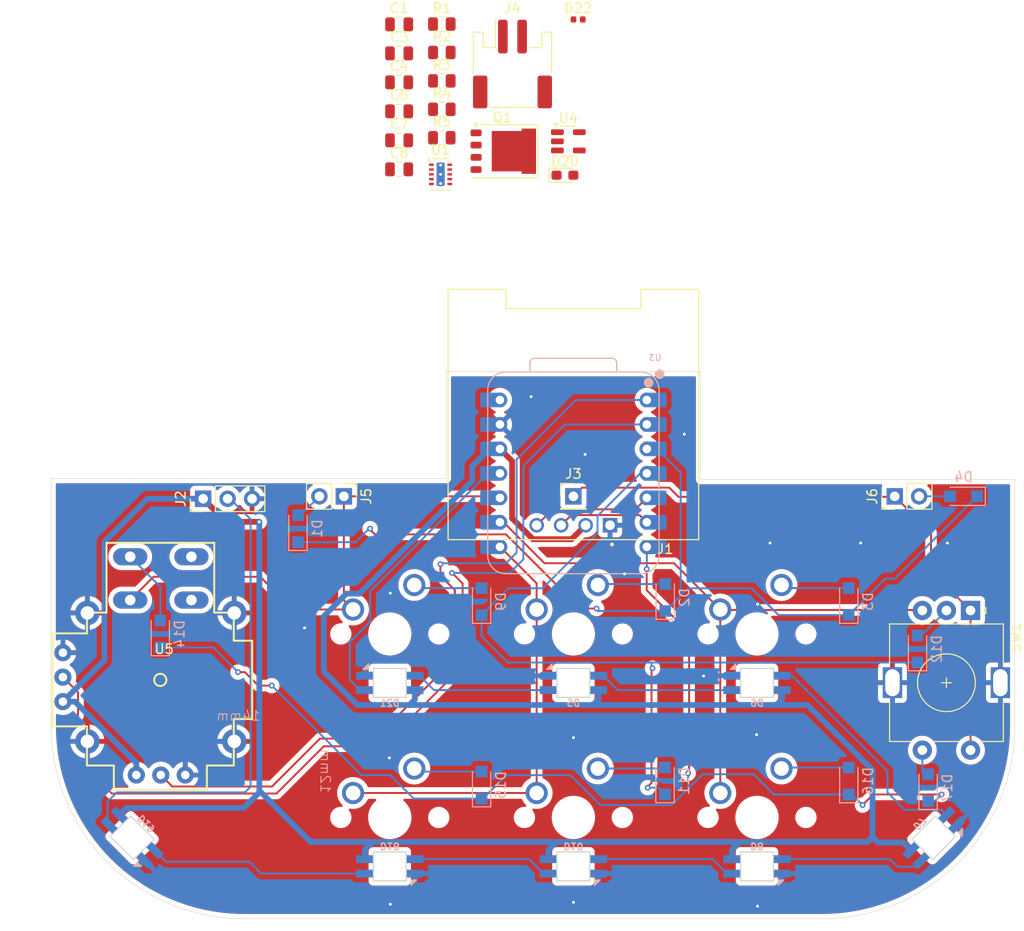
<source format=kicad_pcb>
(kicad_pcb (version 20240108) (generator "pcbnew") (generator_version "8.0")
  (layers (0 "F.Cu" signal) (31 "B.Cu" signal) (34 "B.Paste" user) (35 "F.Paste" user) (36 "B.SilkS" user "B.Silkscreen") (37 "F.SilkS" user "F.Silkscreen") (38 "B.Mask" user) (39 "F.Mask" user) (44 "Edge.Cuts" user))
  (net 0 "")
  (net 1 "Net-(D1-A)")
  (net 2 "Net-(U1-OUT)")
  (net 3 "Net-(D2-A)")
  (net 4 "/Battery Management/BATT+")
  (net 5 "+3V3")
  (net 6 "Net-(D21-DOUT)")
  (net 7 "GND")
  (net 8 "Net-(D6-DOUT)")
  (net 9 "/Battery Management/LDO 4.9v")
  (net 10 "Net-(D10-DOUT)")
  (net 11 "Net-(D3-A)")
  (net 12 "Net-(D9-A)")
  (net 13 "VCC")
  (net 14 "Net-(D10-DIN)")
  (net 15 "Net-(D4-A)")
  (net 16 "SDA")
  (net 17 "SCL")
  (net 18 "Net-(D11-A)")
  (net 19 "Net-(D5-DOUT)")
  (net 20 "/Analog Input/EC11Common")
  (net 21 "Net-(D22-A)")
  (net 22 "/Analog Input/EC11SWB")
  (net 23 "Net-(D15-A)")
  (net 24 "Net-(D16-A)")
  (net 25 "/Analog Input/StickButtonB")
  (net 26 "Net-(D18-DOUT)")
  (net 27 "Net-(D19-DOUT)")
  (net 28 "/WS2812B")
  (net 29 "/COL3")
  (net 30 "/ROW0")
  (net 31 "/COL0")
  (net 32 "/JoystickX")
  (net 33 "/ROW2")
  (net 34 "/ROW1")
  (net 35 "/COL2")
  (net 36 "/COL1")
  (net 37 "/JoystickY")
  (net 38 "Net-(D7-DOUT)")
  (net 39 "Net-(D20-A)")
  (net 40 "/Battery Management/~{CHG}")
  (net 41 "Net-(Q1-G)")
  (net 42 "Net-(U1-TS)")
  (net 43 "Net-(U1-ISET)")
  (footprint "Connector_PinHeader_2.54mm:PinHeader_1x01_P2.54mm_Vertical" (layer "F.Cu") (at 140.49375 95.25)
    (property "Reference" "J3")
    (property "Value" "Testpad wire hole1")
  )
  (footprint "LED_SMD:LED_0603_1608Metric_Pad1.05x0.95mm_HandSolder" (layer "F.Cu") (at 139.61875 61.9125)
    (property "Reference" "D20")
    (property "Value" "Osram LT Q99G.01 green led")
  )
  (footprint "MX_Solderable:MX-Solderable-1U" (layer "F.Cu") (at 140.49375 128.5875)
    (property "Reference" "SW5")
    (property "Value" "SW_Push_45deg")
  )
  (footprint "Connector_PinHeader_2.54mm:PinHeader_1x02_P2.54mm_Vertical" (layer "F.Cu") (at 173.83125 95.25 90)
    (property "Reference" "J6")
    (property "Value" "Top Trigger 2")
  )
  (footprint "SSD1306:SSD1306-OLED096-128x64" (layer "F.Cu") (at 140.49375 86.75 180)
    (property "Reference" "J1")
    (property "Value" "OLED_DISPLAY")
  )
  (footprint "MX_Solderable:MX-Solderable-1U" (layer "F.Cu") (at 121.44375 109.5375)
    (property "Reference" "SW4")
    (property "Value" "SW_Push_45deg")
  )
  (footprint "MX_Solderable:MX-Solderable-1U" (layer "F.Cu") (at 159.54375 109.5375)
    (property "Reference" "SW3")
    (property "Value" "SW_Push_45deg")
  )
  (footprint "Diode_SMD:D_0402_1005Metric" (layer "F.Cu") (at 140.98875 45.7425)
    (property "Reference" "D22")
    (property "Value" "GSDH3005")
  )
  (footprint "Capacitor_SMD:C_0805_2012Metric" (layer "F.Cu") (at 122.41375 58.2925)
    (property "Reference" "C7")
    (property "Value" "100nF, 16v")
  )
  (footprint "Package_DFN_QFN:PQFN-8-EP_6x5mm_P1.27mm_Generic" (layer "F.Cu") (at 133.12375 59.4225)
    (property "Reference" "Q1")
    (property "Value" "PMOS,Si7157DP")
  )
  (footprint "MX_Solderable:MX-Solderable-1U" (layer "F.Cu") (at 140.49375 109.5375)
    (property "Reference" "SW2")
    (property "Value" "SW_Push_45deg")
  )
  (footprint "Capacitor_SMD:C_0805_2012Metric" (layer "F.Cu") (at 122.41375 46.2525)
    (property "Reference" "C1")
    (property "Value" "10uF, 16v")
  )
  (footprint "Package_TO_SOT_SMD:SOT-23-5" (layer "F.Cu") (at 139.97375 58.3975)
    (property "Reference" "U4")
    (property "Value" "LP2981-3.3")
  )
  (footprint "Capacitor_SMD:C_0805_2012Metric" (layer "F.Cu") (at 122.41375 61.3025)
    (property "Reference" "C8")
    (property "Value" "2.2uF, 10v")
  )
  (footprint "Capacitor_SMD:C_0805_2012Metric" (layer "F.Cu") (at 122.41375 49.2625)
    (property "Reference" "C3")
    (property "Value" "10uF, 16v")
  )
  (footprint "Resistor_SMD:R_0805_2012Metric" (layer "F.Cu") (at 126.84375 58.0225)
    (property "Reference" "R5")
    (property "Value" "2k")
  )
  (footprint "custom_Power:WSON-10-1EP_2x3mm_P0.5mm_EP0.84x2.4mm_ThermalVias_0.3mm" (layer "F.Cu") (at 126.71375 61.8225)
    (property "Reference" "U1")
    (property "Value" "BQ25060")
  )
  (footprint "Capacitor_SMD:C_0805_2012Metric" (layer "F.Cu") (at 122.41375 52.2725)
    (property "Reference" "C4")
    (property "Value" "10uF, 16v")
  )
  (footprint "MX_Solderable:MX-Solderable-1U" (layer "F.Cu") (at 159.54375 128.5875)
    (property "Reference" "SW7")
    (property "Value" "SW_Push_45deg")
  )
  (footprint "custom_Interface_HID:Adafruit 2-Axis joystick" (layer "F.Cu") (at 97.63125 114.3)
    (property "Reference" "U5")
    (property "Value" "2_axis_analog_joystick_button")
  )
  (footprint "MX_Solderable:MX-Solderable-1U" (layer "F.Cu") (at 121.44375 128.5875)
    (property "Reference" "SW6")
    (property "Value" "SW_Push_45deg")
  )
  (footprint "Resistor_SMD:R_0805_2012Metric" (layer "F.Cu") (at 126.84375 46.2225)
    (property "Reference" "R1")
    (property "Value" "402 ohm")
  )
  (footprint "Resistor_SMD:R_0805_2012Metric" (layer "F.Cu") (at 126.84375 52.1225)
    (property "Reference" "R3")
    (property "Value" "230ohm")
  )
  (footprint "Resistor_SMD:R_0805_2012Metric" (layer "F.Cu") (at 126.84375 55.0725)
    (property "Reference" "R4")
    (property "Value" "1k")
  )
  (footprint "Connector_PinHeader_2.54mm:PinHeader_1x03_P2.54mm_Vertical" (layer "F.Cu") (at 102.07625 95.5 90)
    (property "Reference" "J2")
    (property "Value" "Conn_01x03_Socket")
  )
  (footprint "Resistor_SMD:R_0805_2012Metric" (layer "F.Cu") (at 126.84375 49.1725)
    (property "Reference" "R2")
    (property "Value" "1k")
  )
  (footprint "Rotary_Encoder:RotaryEncoder_Alps_EC11E-Switch_Vertical_H20mm" (layer "F.Cu") (at 181.7 107.1 -90)
    (property "Reference" "SW1")
    (property "Value" "RotaryEncoder_Switch")
  )
  (footprint "Connector_JST:JST_PH_S2B-PH-SM4-TB_1x02-1MP_P2.00mm_Horizontal" (layer "F.Cu") (at 134.17375 50.3725)
    (property "Reference" "J4")
    (property "Value" "JST PH")
  )
  (footprint "Capacitor_SMD:C_0805_2012Metric" (layer "F.Cu") (at 122.41375 55.2825)
    (property "Reference" "C5")
    (property "Value" "1uF")
  )
  (footprint "Connector_PinHeader_2.54mm:PinHeader_1x02_P2.54mm_Vertical" (layer "F.Cu") (at 116.68125 95.25 -90)
    (property "Reference" "J5")
    (property "Value" "Top Trigger 1")
  )
  (footprint "Diode_SMD:Nexperia_CFP3_SOD-123W" (layer "B.Cu") (at 150.01875 105.75625 90)
    (property "Reference" "D2")
    (property "Value" "1N4148W")
  )
  (footprint "Diode_SMD:Nexperia_CFP3_SOD-123W" (layer "B.Cu") (at 180.975 95.25 180)
    (property "Reference" "D4")
    (property "Value" "1N4148W")
  )
  (footprint "Diode_SMD:Nexperia_CFP3_SOD-123W" (layer "B.Cu") (at 150 124.8 90)
    (property "Reference" "D11")
    (property "Value" "1N4148W")
  )
  (footprint "SK6812MINI-E:SK6812MINI-E" (layer "B.Cu") (at 121.44375 114.6175 180)
    (property "Reference" "D21")
    (property "Value" "SK6812MINI" (hide yes))
    (fp_line (start 1.7 1.5) (end -1.7 1.5) (stroke (width 0.12)) (layer "Edge.Cuts"))
    (fp_line (start 1.7 -1.5) (end 1.7 1.5) (stroke (width 0.12)) (layer "Edge.Cuts"))
    (fp_line (start -1.7 1.5) (end -1.7 -1.5) (stroke (width 0.12)) (layer "Edge.Cuts"))
    (fp_line (start -1.7 -1.5) (end 1.7 -1.5) (stroke (width 0.12)) (layer "Edge.Cuts"))
  )
  (footprint "Diode_SMD:Nexperia_CFP3_SOD-123W" (layer "B.Cu") (at 177.3 125.5 90)
    (property "Reference" "D17")
    (property "Value" "1N4148W")
  )
  (footprint "Diode_SMD:Nexperia_CFP3_SOD-123W" (layer "B.Cu") (at 111.91875 98.6125 90)
    (property "Reference" "D1")
    (property "Value" "1N4148W")
  )
  (footprint "SEEED_XIAO:XIAO-RP2040-DIP" (layer "B.Cu") (at 140.49375 92.86875 180)
    (property "Reference" "U3")
    (property "Value" "XIAO-RP2040-DIP")
  )
  (footprint "Diode_SMD:Nexperia_CFP3_SOD-123W" (layer "B.Cu") (at 176.2 111.1 90)
    (property "Reference" "D12")
    (property "Value" "1N4148W")
  )
  (footprint "SK6812MINI-E:SK6812MINI-E" (layer "B.Cu") (at 140.49375 133.6675)
    (property "Reference" "D10")
    (property "Value" "SK6812MINI" (hide yes))
    (fp_line (start -1.7 -1.5) (end 1.7 -1.5) (stroke (width 0.12)) (layer "Edge.Cuts"))
    (fp_line (start -1.7 1.5) (end -1.7 -1.5) (stroke (width 0.12)) (layer "Edge.Cuts"))
    (fp_line (start 1.7 -1.5) (end 1.7 1.5) (stroke (width 0.12)) (layer "Edge.Cuts"))
    (fp_line (start 1.7 1.5) (end -1.7 1.5) (stroke (width 0.12)) (layer "Edge.Cuts"))
  )
  (footprint "SK6812MINI-E:SK6812MINI-E" (layer "B.Cu") (at 159.54375 114.6175 180)
    (property "Reference" "D6")
    (property "Value" "SK6812MINI" (hide yes))
    (fp_line (start 1.7 1.5) (end -1.7 1.5) (stroke (width 0.12)) (layer "Edge.Cuts"))
    (fp_line (start 1.7 -1.5) (end 1.7 1.5) (stroke (width 0.12)) (layer "Edge.Cuts"))
    (fp_line (start -1.7 1.5) (end -1.7 -1.5) (stroke (width 0.12)) (layer "Edge.Cuts"))
    (fp_line (start -1.7 -1.5) (end 1.7 -1.5) (stroke (width 0.12)) (layer "Edge.Cuts"))
  )
  (footprint "SK6812MINI-E:SK6812MINI-E" (layer "B.Cu") (at 177.9 130.7 45)
    (property "Reference" "D7")
    (property "Value" "SK6812MINI" (hide yes))
    (fp_line (start -1.7 -1.5) (end 1.7 -1.5) (stroke (width 0.12)) (layer "Edge.Cuts"))
    (fp_line (start -1.7 1.5) (end -1.7 -1.5) (stroke (width 0.12)) (layer "Edge.Cuts"))
    (fp_line (start 1.7 -1.5) (end 1.7 1.5) (stroke (width 0.12)) (layer "Edge.Cuts"))
    (fp_line (start 1.7 1.5) (end -1.7 1.5) (stroke (width 0.12)) (layer "Edge.Cuts"))
  )
  (footprint "Diode_SMD:Nexperia_CFP3_SOD-123W" (layer "B.Cu") (at 97.63125 109.5375 90)
    (property "Reference" "D14")
    (property "Value" "1N4148W")
  )
  (footprint "SK6812MINI-E:SK6812MINI-E" (layer "B.Cu") (at 94.7 130.7 -45)
    (property "Reference" "D19")
    (property "Value" "SK6812MINI" (hide yes))
    (fp_line (start -1.7 1.5) (end -1.7 -1.5) (stroke (width 0.12)) (layer "Edge.Cuts"))
    (fp_line (start -1.7 -1.5) (end 1.7 -1.5) (stroke (width 0.12)) (layer "Edge.Cuts"))
    (fp_line (start 1.7 1.5) (end -1.7 1.5) (stroke (width 0.12)) (layer "Edge.Cuts"))
    (fp_line (start 1.7 -1.5) (end 1.7 1.5) (stroke (width 0.12)) (layer "Edge.Cuts"))
  )
  (footprint "Diode_SMD:Nexperia_CFP3_SOD-123W" (layer "B.Cu") (at 130.96875 125.225 90)
    (property "Reference" "D15")
    (property "Value" "1N4148W")
  )
  (footprint "Diode_SMD:Nexperia_CFP3_SOD-123W" (layer "B.Cu") (at 169.06875 124.80625 90)
    (property "Reference" "D16")
    (property "Value" "1N4148W")
  )
  (footprint "SK6812MINI-E:SK6812MINI-E" (layer "B.Cu") (at 121.44375 133.6675)
    (property "Reference" "D18")
    (property "Value" "SK6812MINI" (hide yes))
    (fp_line (start -1.7 -1.5) (end 1.7 -1.5) (stroke (width 0.12)) (layer "Edge.Cuts"))
    (fp_line (start -1.7 1.5) (end -1.7 -1.5) (stroke (width 0.12)) (layer "Edge.Cuts"))
    (fp_line (start 1.7 -1.5) (end 1.7 1.5) (stroke (width 0.12)) (layer "Edge.Cuts"))
    (fp_line (start 1.7 1.5) (end -1.7 1.5) (stroke (width 0.12)) (layer "Edge.Cuts"))
  )
  (footprint "SK6812MINI-E:SK6812MINI-E" (layer "B.Cu") (at 140.49375 114.6175 180)
    (property "Reference" "D5")
    (property "Value" "SK6812MINI" (hide yes))
    (fp_line (start 1.7 1.5) (end -1.7 1.5) (stroke (width 0.12)) (layer "Edge.Cuts"))
    (fp_line (start 1.7 -1.5) (end 1.7 1.5) (stroke (width 0.12)) (layer "Edge.Cuts"))
    (fp_line (start -1.7 1.5) (end -1.7 -1.5) (stroke (width 0.12)) (layer "Edge.Cuts"))
    (fp_line (start -1.7 -1.5) (end 1.7 -1.5) (stroke (width 0.12)) (layer "Edge.Cuts"))
  )
  (footprint "Diode_SMD:Nexperia_CFP3_SOD-123W" (layer "B.Cu") (at 169.06875 106.175 90)
    (property "Reference" "D3")
    (property "Value" "1N4148W")
  )
  (footprint "Diode_SMD:Nexperia_CFP3_SOD-123W" (layer "B.Cu") (at 130.96875 106.175 90)
    (property "Reference" "D9")
    (property "Value" "1N4148W")
  )
  (footprint "SK6812MINI-E:SK6812MINI-E" (layer "B.Cu") (at 159.54375 133.6675)
    (property "Reference" "D8")
    (property "Value" "SK6812MINI" (hide yes))
    (fp_line (start -1.7 -1.5) (end 1.7 -1.5) (stroke (width 0.12)) (layer "Edge.Cuts"))
    (fp_line (start -1.7 1.5) (end -1.7 -1.5) (stroke (width 0.12)) (layer "Edge.Cuts"))
    (fp_line (start 1.7 -1.5) (end 1.7 1.5) (stroke (width 0.12)) (layer "Edge.Cuts"))
    (fp_line (start 1.7 1.5) (end -1.7 1.5) (stroke (width 0.12)) (layer "Edge.Cuts"))
  )
  (gr_line (start 166.3 139.1) (end 106.3 139.1) (stroke (width 0.05)) (layer "Edge.Cuts"))
  (gr_line (start 86.3 93.4) (end 86.3 119.1) (stroke (width 0.05)) (layer "Edge.Cuts"))
  (gr_line (start 186.3 93.5) (end 186.3 119.1) (stroke (width 0.05)) (layer "Edge.Cuts"))
  (gr_line (start 153.7 93.5) (end 186.3 93.5) (stroke (width 0.05)) (layer "Edge.Cuts"))
  (gr_arc (start 186.3 119.1) (mid 180.442136 133.242136) (end 166.3 139.1) (stroke (width 0.05)) (layer "Edge.Cuts"))
  (gr_line (start 86.3 93.4) (end 127.3 93.4) (stroke (width 0.05)) (layer "Edge.Cuts"))
  (gr_line (start 127.3 82.3) (end 153.7 82.3) (stroke (width 0.05)) (layer "Edge.Cuts"))
  (gr_line (start 153.7 82.3) (end 153.7 93.5) (stroke (width 0.05)) (layer "Edge.Cuts"))
  (gr_arc (start 106.3 139.1) (mid 92.157864 133.242136) (end 86.3 119.1) (stroke (width 0.05)) (layer "Edge.Cuts"))
  (gr_line (start 127.3 93.4) (end 127.3 82.3) (stroke (width 0.05)) (layer "Edge.Cuts"))
  (gr_text "12mm" (at 114.173 126.111 -90) (layer "B.SilkS") (effects (font (size 1 1) (thickness 0.1)) (justify left bottom mirror)))
  (gr_text "14mm" (at 108.077 118.618 -0) (layer "B.SilkS") (effects (font (size 1 1) (thickness 0.1)) (justify left bottom mirror)))
  (segment (start 112.17875 97.2125) (end 114.14125 95.25) (width 0.2) (layer "B.Cu") (net 1))
  (segment (start 111.91875 97.2125) (end 112.17875 97.2125) (width 0.2) (layer "B.Cu") (net 1))
  (segment (start 143.135 104.35625) (end 143.03375 104.4575) (width 0.2) (layer "B.Cu") (net 3))
  (segment (start 150.01875 104.35625) (end 143.135 104.35625) (width 0.2) (layer "B.Cu") (net 3))
  (segment (start 132.87375 90.32875) (end 134.13575 91.59075) (width 0.6) (layer "F.Cu") (net 5))
  (segment (start 136.3 99.7) (end 140.31375 99.7) (width 0.6) (layer "F.Cu") (net 5))
  (segment (start 134.13575 97.53575) (end 136.3 99.7) (width 0.6) (layer "F.Cu") (net 5))
  (segment (start 104.47625 97.9) (end 102.07625 95.5) (width 0.6) (layer "F.Cu") (net 5))
  (segment (start 134.13575 91.59075) (end 134.13575 97.53575) (width 0.6) (layer "F.Cu") (net 5))
  (segment (start 140.31375 99.7) (end 141.76375 98.25) (width 0.6) (layer "F.Cu") (net 5))
  (segment (start 107.9 97.9) (end 104.47625 97.9) (width 0.6) (layer "F.Cu") (net 5))
  (via (at 107.9 97.9) (size 0.6) (drill 0.3) (layers "F.Cu" "B.Cu") (net 5))
  (segment (start 138.698479 131.1314) (end 137.89375 131.936129) (width 0.6) (layer "B.Cu") (net 5))
  (segment (start 123.475121 116.9175) (end 124.04375 116.348871) (width 0.6) (layer "B.Cu") (net 5))
  (segment (start 114.6 113.43375) (end 118.08375 116.9175) (width 0.6) (layer "B.Cu") (net 5))
  (segment (start 95.145327 122.925142) (end 95.145327 124.182377) (width 0.6) (layer "B.Cu") (net 5))
  (segment (start 119.648479 131.1314) (end 113.2314 131.1314) (width 0.6) (layer "B.Cu") (net 5))
  (segment (start 164.78 116.9175) (end 171.53125 123.66875) (width 0.6) (layer "B.Cu") (net 5))
  (segment (start 172.099879 131.1875) (end 174.710544 131.1875) (width 0.6) (layer "B.Cu") (net 5))
  (segment (start 107.90625 125.9875) (end 106.29375 127.6) (width 0.6) (layer "B.Cu") (net 5))
  (segment (start 107.90625 125.9875) (end 107.90625 97.90625) (width 0.6) (layer "B.Cu") (net 5))
  (segment (start 162.14375 116.3775) (end 162.14375 115.3675) (width 0.6) (layer "B.Cu") (net 5))
  (segment (start 88.782562 116.562377) (end 95.145327 122.925142) (width 0.6) (layer "B.Cu") (net 5))
  (segment (start 108.0875 125.9875) (end 107.90625 125.9875) (width 0.6) (layer "B.Cu") (net 5))
  (segment (start 118.303972 105.3475) (end 116.950297 105.3475) (width 0.6) (layer "B.Cu") (net 5))
  (segment (start 174.710544 131.1875) (end 175.531192 132.008148) (width 0.6) (layer "B.Cu") (net 5))
  (segment (start 116.950297 105.3475) (end 114.6 107.697797) (width 0.6) (layer "B.Cu") (net 5))
  (segment (start 157.748479 131.1314) (end 138.698479 131.1314) (width 0.6) (layer "B.Cu") (net 5))
  (segment (start 87.525327 116.562377) (end 88.782562 116.562377) (width 0.6) (layer "B.Cu") (net 5))
  (segment (start 143.09375 116.348871) (end 143.09375 115.3675) (width 0.6) (layer "B.Cu") (net 5))
  (segment (start 118.84375 131.936129) (end 118.84375 132.9175) (width 0.6) (layer "B.Cu") (net 5))
  (segment (start 137.89375 131.936129) (end 137.89375 132.9175) (width 0.6) (layer "B.Cu") (net 5))
  (segment (start 132.87375 90.32875) (end 131.79612 90.32875) (width 0.6) (layer "B.Cu") (net 5))
  (segment (start 114.6 107.697797) (end 114.6 113.43375) (width 0.6) (layer "B.Cu") (net 5))
  (segment (start 142.525121 116.9175) (end 143.09375 116.348871) (width 0.6) (layer "B.Cu") (net 5))
  (segment (start 157.748479 131.1314) (end 156.94375 131.936129) (width 0.6) (layer "B.Cu") (net 5))
  (segment (start 118.08375 116.9175) (end 123.475121 116.9175) (width 0.6) (layer "B.Cu") (net 5))
  (segment (start 107.90625 97.90625) (end 107.9 97.9) (width 0.6) (layer "B.Cu") (net 5))
  (segment (start 161.60375 116.9175) (end 164.78 116.9175) (width 0.6) (layer "B.Cu") (net 5))
  (segment (start 171.53125 130.618871) (end 171.018721 131.1314) (width 0.6) (layer "B.Cu") (net 5))
  (segment (start 123.475121 116.9175) (end 142.525121 116.9175) (width 0.6) (layer "B.Cu") (net 5))
  (segment (start 138.698479 131.1314) (end 119.648479 131.1314) (width 0.6) (layer "B.Cu") (net 5))
  (segment (start 156.94375 131.936129) (end 156.94375 132.9175) (width 0.6) (layer "B.Cu") (net 5))
  (segment (start 171.53125 130.618871) (end 172.099879 131.1875) (width 0.6) (layer "B.Cu") (net 5))
  (segment (start 106.29375 127.6) (end 94.123044 127.6) (width 0.6) (layer "B.Cu") (net 5))
  (segment (start 91.835327 112.252377) (end 91.835327 99.964673) (width 0.6) (layer "B.Cu") (net 5))
  (segment (start 94.123044 127.6) (end 93.391852 128.331192) (width 0.6) (layer "B.Cu") (net 5))
  (segment (start 124.04375 116.348871) (end 124.04375 115.3675) (width 0.6) (layer "B.Cu") (net 5))
  (segment (start 130 92.12487) (end 130 93.651472) (width 0.6) (layer "B.Cu") (net 5))
  (segment (start 113.2314 131.1314) (end 108.0875 125.9875) (width 0.6) (layer "B.Cu") (net 5))
  (segment (start 171.018721 131.1314) (end 157.748479 131.1314) (width 0.6) (layer "B.Cu") (net 5))
  (segment (start 161.60375 116.9175) (end 162.14375 116.3775) (width 0.6) (layer "B.Cu") (net 5))
  (segment (start 91.835327 99.964673) (end 96.3 95.5) (width 0.6) (layer "B.Cu") (net 5))
  (segment (start 131.79612 90.32875) (end 130 92.12487) (width 0.6) (layer "B.Cu") (net 5))
  (segment (start 171.53125 123.66875) (end 171.53125 130.618871) (width 0.6) (layer "B.Cu") (net 5))
  (segment (start 96.3 95.5) (end 102.07625 95.5) (width 0.6) (layer "B.Cu") (net 5))
  (segment (start 119.648479 131.1314) (end 118.84375 131.936129) (width 0.6) (layer "B.Cu") (net 5))
  (segment (start 142.525121 116.9175) (end 161.60375 116.9175) (width 0.6) (layer "B.Cu") (net 5))
  (segment (start 130 93.651472) (end 118.303972 105.3475) (width 0.6) (layer "B.Cu") (net 5))
  (segment (start 87.525327 116.562377) (end 91.835327 112.252377) (width 0.6) (layer "B.Cu") (net 5))
  (segment (start 124.04375 113.8675) (end 124.53375 113.8675) (width 0.2) (layer "B.Cu") (net 6))
  (segment (start 126.03375 115.3675) (end 137.89375 115.3675) (width 0.2) (layer "B.Cu") (net 6))
  (segment (start 124.53375 113.8675) (end 126.03375 115.3675) (width 0.2) (layer "B.Cu") (net 6))
  (via (at 121.5 105.3) (size 0.6) (drill 0.3) (layers "F.Cu" "B.Cu") (net 7))
  (via (at 152 88.8) (size 0.6) (drill 0.3) (layers "F.Cu" "B.Cu") (net 7))
  (via (at 179.3 100.1) (size 0.6) (drill 0.3) (layers "F.Cu" "B.Cu") (net 7))
  (via (at 154 113.9) (size 0.6) (drill 0.3) (layers "F.Cu" "B.Cu") (net 7))
  (via (at 140.5 137.4) (size 0.6) (drill 0.3) (layers "F.Cu" "B.Cu") (net 7))
  (via (at 121.5 137.6) (size 0.6) (drill 0.3) (layers "F.Cu" "B.Cu") (net 7))
  (via (at 160.9 100.1) (size 0.6) (drill 0.3) (layers "F.Cu" "B.Cu") (net 7))
  (via (at 112.6 108.9) (size 0.6) (drill 0.3) (layers "F.Cu" "B.Cu") (net 7))
  (via (at 140.5 120.3) (size 0.6) (drill 0.3) (layers "F.Cu" "B.Cu") (net 7))
  (via (at 136.1 84.9) (size 0.6) (drill 0.3) (layers "F.Cu" "B.Cu") (net 7))
  (via (at 159.5 120) (size 0.6) (drill 0.3) (layers "F.Cu" "B.Cu") (net 7))
  (via (at 159.607683 106.45) (size 0.6) (drill 0.3) (layers "F.Cu" "B.Cu") (net 7))
  (via (at 145.8 103.3) (size 0.6) (drill 0.3) (layers "F.Cu" "B.Cu") (net 7))
  (via (at 141.7 90.9) (size 0.6) (drill 0.3) (layers "F.Cu" "B.Cu") (net 7))
  (via (at 170.3 100.1) (size 0.6) (drill 0.3) (layers "F.Cu" "B.Cu") (net 7))
  (via (at 159.6 137.8) (size 0.6) (drill 0.3) (layers "F.Cu" "B.Cu") (net 7))
  (via (at 121.4 122.4) (size 0.6) (drill 0.3) (layers "F.Cu" "B.Cu") (net 7))
  (segment (start 96.068808 133.008148) (end 95.968808 133.008148) (width 0.2) (layer "B.Cu") (net 7))
  (segment (start 96.26066 133.2) (end 96.068808 133.008148) (width 0.2) (layer "B.Cu") (net 7))
  (segment (start 173.08125 123.78125) (end 173.08125 125.9875) (width 0.2) (layer "B.Cu") (net 8))
  (segment (start 163.1675 113.8675) (end 173.08125 123.78125) (width 0.2) (layer "B.Cu") (net 8))
  (segment (start 162.14375 113.8675) (end 163.1675 113.8675) (width 0.2) (layer "B.Cu") (net 8))
  (segment (start 173.08125 125.9875) (end 174.89375 127.8) (width 0.2) (layer "B.Cu") (net 8))
  (segment (start 174.89375 127.8) (end 178.676956 127.8) (width 0.2) (layer "B.Cu") (net 8))
  (segment (start 178.676956 127.8) (end 179.208148 128.331192) (width 0.2) (layer "B.Cu") (net 8))
  (segment (start 135.90375 132.9175) (end 124.04375 132.9175) (width 0.2) (layer "B.Cu") (net 10))
  (segment (start 137.40375 134.4175) (end 135.90375 132.9175) (width 0.2) (layer "B.Cu") (net 10))
  (segment (start 137.89375 134.4175) (end 137.40375 134.4175) (width 0.2) (layer "B.Cu") (net 10))
  (segment (start 169.06875 104.775) (end 162.40125 104.775) (width 0.2) (layer "B.Cu") (net 11))
  (segment (start 162.40125 104.775) (end 162.08375 104.4575) (width 0.2) (layer "B.Cu") (net 11))
  (segment (start 124.30125 104.775) (end 123.98375 104.4575) (width 0.2) (layer "B.Cu") (net 12))
  (segment (start 130.96875 104.775) (end 124.30125 104.775) (width 0.2) (layer "B.Cu") (net 12))
  (segment (start 156.45375 134.4175) (end 154.95375 132.9175) (width 0.2) (layer "B.Cu") (net 14))
  (segment (start 156.94375 134.4175) (end 156.45375 134.4175) (width 0.2) (layer "B.Cu") (net 14))
  (segment (start 154.95375 132.9175) (end 143.09375 132.9175) (width 0.2) (layer "B.Cu") (net 14))
  (segment (start 179.575 95.25) (end 176.37125 95.25) (width 0.2) (layer "B.Cu") (net 15))
  (segment (start 138.33375 96.6) (end 136.68375 98.25) (width 0.2) (layer "F.Cu") (net 16))
  (segment (start 146.9225 96.6) (end 138.33375 96.6) (width 0.2) (layer "F.Cu") (net 16))
  (segment (start 148.11375 95.40875) (end 146.9225 96.6) (width 0.2) (layer "F.Cu") (net 16))
  (segment (start 139.22375 98.25) (end 140.27775 97.196) (width 0.2) (layer "F.Cu") (net 17))
  (segment (start 140.27775 97.196) (end 147.361 97.196) (width 0.2) (layer "F.Cu") (net 17))
  (segment (start 147.361 97.196) (end 148.11375 97.94875) (width 0.2) (layer "F.Cu") (net 17))
  (segment (start 149.9 123.5) (end 143.04125 123.5) (width 0.2) (layer "B.Cu") (net 18))
  (segment (start 150 123.4) (end 149.9 123.5) (width 0.2) (layer "B.Cu") (net 18))
  (segment (start 143.04125 123.5) (end 143.03375 123.5075) (width 0.2) (layer "B.Cu") (net 18))
  (segment (start 143.58375 113.8675) (end 145.08375 115.3675) (width 0.2) (layer "B.Cu") (net 19))
  (segment (start 143.09375 113.8675) (end 143.58375 113.8675) (width 0.2) (layer "B.Cu") (net 19))
  (segment (start 145.08375 115.3675) (end 156.94375 115.3675) (width 0.2) (layer "B.Cu") (net 19))
  (segment (start 176.2 109.7) (end 176.6 109.7) (width 0.2) (layer "B.Cu") (net 20))
  (segment (start 176.6 109.7) (end 179.2 107.1) (width 0.2) (layer "B.Cu") (net 20))
  (segment (start 176.7 123.9) (end 176.7 121.6) (width 0.2) (layer "B.Cu") (net 22))
  (segment (start 176.9 124.1) (end 176.7 123.9) (width 0.2) (layer "B.Cu") (net 22))
  (segment (start 177.3 124.1) (end 176.9 124.1) (width 0.2) (layer "B.Cu") (net 22))
  (segment (start 130.96875 123.825) (end 124.30125 123.825) (width 0.2) (layer "B.Cu") (net 23))
  (segment (start 124.30125 123.825) (end 123.98375 123.5075) (width 0.2) (layer "B.Cu") (net 23))
  (segment (start 169.06875 123.40625) (end 162.185 123.40625) (width 0.2) (layer "B.Cu") (net 24))
  (segment (start 162.185 123.40625) (end 162.08375 123.5075) (width 0.2) (layer "B.Cu") (net 24))
  (segment (start 97.63125 108.1375) (end 97.63125 104.6423) (width 0.2) (layer "B.Cu") (net 25))
  (segment (start 97.63125 104.6423) (end 94.510327 101.521377) (width 0.2) (layer "B.Cu") (net 25))
  (segment (start 118.84375 134.4175) (end 108.1175 134.4175) (width 0.2) (layer "B.Cu") (net 26))
  (segment (start 97.068808 132.008148) (end 98.26066 133.2) (width 0.2) (layer "B.Cu") (net 26))
  (segment (start 108.1175 134.4175) (end 106.9 133.2) (width 0.2) (layer "B.Cu") (net 26))
  (segment (start 98.26066 133.2) (end 106.9 133.2) (width 0.2) (layer "B.Cu") (net 26))
  (segment (start 107 97.63375) (end 107 125.39375) (width 0.2) (layer "B.Cu") (net 27))
  (segment (start 107 125.39375) (end 106.40625 125.9875) (width 0.2) (layer "B.Cu") (net 27))
  (segment (start 104.61625 95.5) (end 104.86625 95.5) (width 0.2) (layer "B.Cu") (net 27))
  (segment (start 106.40625 125.9875) (end 93.1125 125.9875) (width 0.2) (layer "B.Cu") (net 27))
  (segment (start 104.86625 95.5) (end 107 97.63375) (width 0.2) (layer "B.Cu") (net 27))
  (segment (start 92.165542 129.226202) (end 92.331192 129.391852) (width 0.2) (layer "B.Cu") (net 27))
  (segment (start 93.1125 125.9875) (end 92.165542 126.934458) (width 0.2) (layer "B.Cu") (net 27))
  (segment (start 92.165542 126.934458) (end 92.165542 129.226202) (width 0.2) (layer "B.Cu") (net 27))
  (segment (start 118.35375 115.3675) (end 118.84375 115.3675) (width 0.2) (layer "B.Cu") (net 28))
  (segment (start 119.4 105.1) (end 119.4 108.266475) (width 0.2) (layer "B.Cu") (net 28))
  (segment (start 131.63125 92.86875) (end 119.4 105.1) (width 0.2) (layer "B.Cu") (net 28))
  (segment (start 117.3 110.366475) (end 117.3 114.31375) (width 0.2) (layer "B.Cu") (net 28))
  (segment (start 119.4 108.266475) (end 117.3 110.366475) (width 0.2) (layer "B.Cu") (net 28))
  (segment (start 117.3 114.31375) (end 118.35375 115.3675) (width 0.2) (layer "B.Cu") (net 28))
  (segment (start 132.03875 92.86875) (end 131.63125 92.86875) (width 0.2) (layer "B.Cu") (net 28))
  (segment (start 173.83125 95.25) (end 177.6 99.01875) (width 0.2) (layer "F.Cu") (net 29))
  (segment (start 151.4 95.3) (end 173.78125 95.3) (width 0.2) (layer "F.Cu") (net 29))
  (segment (start 150.44675 94.34675) (end 151.4 95.3) (width 0.2) (layer "F.Cu") (net 29))
  (segment (start 177.6 99.01875) (end 177.6 103) (width 0.2) (layer "F.Cu") (net 29))
  (segment (start 173.78125 95.3) (end 173.83125 95.25) (width 0.2) (layer "F.Cu") (net 29))
  (segment (start 141.397 94.34675) (end 150.44675 94.34675) (width 0.2) (layer "F.Cu") (net 29))
  (segment (start 181.7 107.1) (end 181.7 121.6) (width 0.2) (layer "F.Cu") (net 29))
  (segment (start 177.6 103) (end 181.7 107.1) (width 0.2) (layer "F.Cu") (net 29))
  (segment (start 140.49375 95.25) (end 141.397 94.34675) (width 0.2) (layer "F.Cu") (net 29))
  (segment (start 133.502895 99.2) (end 141.202895 106.9) (width 0.2) (layer "F.Cu") (net 30))
  (segment (start 141.202895 106.9) (end 142.9 106.9) (width 0.2) (layer "F.Cu") (net 30))
  (segment (start 119.4 98.7) (end 119.9 99.2) (width 0.2) (layer "F.Cu") (net 30))
  (segment (start 119.9 99.2) (end 133.502895 99.2) (width 0.2) (layer "F.Cu") (net 30))
  (segment (start 119.4 98.6) (end 119.4 98.7) (width 0.2) (layer "F.Cu") (net 30))
  (via (at 142.9 106.9) (size 0.6) (drill 0.3) (layers "F.Cu" "B.Cu") (net 30))
  (via (at 119.4 98.6) (size 0.6) (drill 0.3) (layers "F.Cu" "B.Cu") (net 30))
  (segment (start 117.8875 100.0125) (end 119.3 98.6) (width 0.2) (layer "B.Cu") (net 30))
  (segment (start 173.83125 103.79375) (end 182.375 95.25) (width 0.2) (layer "B.Cu") (net 30))
  (segment (start 161.775 107.575) (end 169.06875 107.575) (width 0.2) (layer "B.Cu") (net 30))
  (segment (start 151.6275 105.5475) (end 152.375 104.8) (width 0.2) (layer "B.Cu") (net 30))
  (segment (start 150.01875 107.15625) (end 151.6275 105.5475) (width 0.2) (layer "B.Cu") (net 30))
  (segment (start 142.9 107) (end 142.9 106.9) (width 0.2) (layer "B.Cu") (net 30))
  (segment (start 169.06875 107.575) (end 172.85 103.79375) (width 0.2) (layer "B.Cu") (net 30))
  (segment (start 151.5 92.63737) (end 151.53737 92.63737) (width 0.2) (layer "B.Cu") (net 30))
  (segment (start 150.01875 107.15625) (end 143.05625 107.15625) (width 0.2) (layer "B.Cu") (net 30))
  (segment (start 148.11375 90.32875) (end 149.19138 90.32875) (width 0.2) (layer "B.Cu") (net 30))
  (segment (start 119.3 98.6) (end 119.4 98.6) (width 0.2) (layer "B.Cu") (net 30))
  (segment (start 152.375 104.8) (end 159 104.8) (width 0.2) (layer "B.Cu") (net 30))
  (segment (start 172.85 103.79375) (end 173.83125 103.79375) (width 0.2) (layer "B.Cu") (net 30))
  (segment (start 143.05625 107.15625) (end 142.9 107) (width 0.2) (layer "B.Cu") (net 30))
  (segment (start 151.6275 92.7275) (end 151.6275 105.5475) (width 0.2) (layer "B.Cu") (net 30))
  (segment (start 151.53737 92.63737) (end 151.6275 92.7275) (width 0.2) (layer "B.Cu") (net 30))
  (segment (start 111.91875 100.0125) (end 117.8875 100.0125) (width 0.2) (layer "B.Cu") (net 30))
  (segment (start 149.19138 90.32875) (end 151.5 92.63737) (width 0.2) (layer "B.Cu") (net 30))
  (segment (start 159 104.8) (end 161.775 107.575) (width 0.2) (layer "B.Cu") (net 30))
  (segment (start 117.63375 106.9975) (end 111.3975 106.9975) (width 0.2) (layer "F.Cu") (net 31))
  (segment (start 111.3975 106.9975) (end 107.998724 103.598724) (width 0.2) (layer "F.Cu") (net 31))
  (segment (start 96.93298 103.598724) (end 94.510327 106.021377) (width 0.2) (layer "F.Cu") (net 31))
  (segment (start 116.68125 95.25) (end 116.68125 106.045) (width 0.2) (layer "F.Cu") (net 31))
  (segment (start 132.715 95.25) (end 132.87375 95.40875) (width 0.2) (layer "F.Cu") (net 31))
  (segment (start 116.68125 106.045) (end 117.63375 106.9975) (width 0.2) (layer "F.Cu") (net 31))
  (segment (start 116.68125 95.25) (end 132.715 95.25) (width 0.2) (layer "F.Cu") (net 31))
  (segment (start 107.998724 103.598724) (end 96.93298 103.598724) (width 0.2) (layer "F.Cu") (net 31))
  (segment (start 109.228623 125.371377) (end 114.2 120.4) (width 0.2) (layer "F.Cu") (net 32))
  (segment (start 97.685327 124.182377) (end 98.874327 125.371377) (width 0.2) (layer "F.Cu") (net 32))
  (segment (start 126.7 103.5) (end 126.7 102.3) (width 0.2) (layer "F.Cu") (net 32))
  (segment (start 128.2 105) (end 126.7 103.5) (width 0.2) (layer "F.Cu") (net 32))
  (segment (start 128.2 112.1) (end 128.2 105) (width 0.2) (layer "F.Cu") (net 32))
  (segment (start 114.2 120.4) (end 119.9 120.4) (width 0.2) (layer "F.Cu") (net 32))
  (segment (start 119.9 120.4) (end 128.2 112.1) (width 0.2) (layer "F.Cu") (net 32))
  (segment (start 98.874327 125.371377) (end 109.228623 125.371377) (width 0.2) (layer "F.Cu") (net 32))
  (via (at 126.7 102.3) (size 0.6) (drill 0.3) (layers "F.Cu" "B.Cu") (net 32))
  (segment (start 134.6 101.1) (end 133.5 102.2) (width 0.2) (layer "B.Cu") (net 32))
  (segment (start 148.11375 85.24875) (end 140.75125 85.24875) (width 0.2) (layer "B.Cu") (net 32))
  (segment (start 140.75125 85.24875) (end 134.6 91.4) (width 0.2) (layer "B.Cu") (net 32))
  (segment (start 134.6 91.4) (end 134.6 101.1) (width 0.2) (layer "B.Cu") (net 32))
  (segment (start 133.5 102.2) (end 126.8 102.2) (width 0.2) (layer "B.Cu") (net 32))
  (segment (start 126.8 102.2) (end 126.7 102.3) (width 0.2) (layer "B.Cu") (net 32))
  (segment (start 107.8 114.9) (end 106.4 113.5) (width 0.2) (layer "F.Cu") (net 33))
  (segment (start 148.1 102.8) (end 148.1 105) (width 0.2) (layer "F.Cu") (net 33))
  (segment (start 152.5 109.4) (end 152.5 123.9) (width 0.2) (layer "F.Cu") (net 33))
  (segment (start 148.1 105) (end 152.5 109.4) (width 0.2) (layer "F.Cu") (net 33))
  (segment (start 171.6 126.2) (end 170.5 127.3) (width 0.2) (layer "F.Cu") (net 33))
  (segment (start 178.7 126.2) (end 171.6 126.2) (width 0.2) (layer "F.Cu") (net 33))
  (segment (start 106.4 113.5) (end 105.7 113.5) (width 0.2) (layer "F.Cu") (net 33))
  (segment (start 152.5 123.9) (end 152.4 124) (width 0.2) (layer "F.Cu") (net 33))
  (segment (start 109.2 114.9) (end 107.8 114.9) (width 0.2) (layer "F.Cu") (net 33))
  (via (at 105.7 113.5) (size 0.6) (drill 0.3) (layers "F.Cu" "B.Cu") (net 33))
  (via (at 178.7 126.2) (size 0.6) (drill 0.3) (layers "F.Cu" "B.Cu") (net 33))
  (via (at 109.2 114.9) (size 0.6) (drill 0.3) (layers "F.Cu" "B.Cu") (net 33))
  (via (at 170.5 127.3) (size 0.6) (drill 0.3) (layers "F.Cu" "B.Cu") (net 33))
  (via (at 152.4 124) (size 0.6) (drill 0.3) (layers "F.Cu" "B.Cu") (net 33))
  (via (at 148.1 102.8) (size 0.6) (drill 0.3) (layers "F.Cu" "B.Cu") (net 33))
  (segment (start 152.5 125.5) (end 152.4 125.4) (width 0.2) (layer "B.Cu") (net 33))
  (segment (start 143.3 127.3) (end 150.7 127.3) (width 0.2) (layer "B.Cu") (net 33))
  (segment (start 169.40625 126.20625) (end 170.5 127.3) (width 0.2) (layer "B.Cu") (net 33))
  (segment (start 123.925 126.625) (end 130.96875 126.625) (width 0.2) (layer "B.Cu") (net 33))
  (segment (start 130.96875 126.625) (end 131.125 126.625) (width 0.2) (layer "B.Cu") (net 33))
  (segment (start 148.1 102.8) (end 148.11375 102.78625) (width 0.2) (layer "B.Cu") (net 33))
  (segment (start 153.9 124.1) (end 159.2 124.1) (width 0.2) (layer "B.Cu") (net 33))
  (segment (start 169.06875 126.20625) (end 169.40625 126.20625) (width 0.2) (layer "B.Cu") (net 33))
  (segment (start 148.11375 102.78625) (end 148.11375 100.48875) (width 0.2) (layer "B.Cu") (net 33))
  (segment (start 161.30625 126.20625) (end 169.06875 126.20625) (width 0.2) (layer "B.Cu") (net 33))
  (segment (start 178 126.9) (end 177.3 126.9) (width 0.2) (layer "B.Cu") (net 33))
  (segment (start 97.63125 110.9375) (end 103.1375 110.9375) (width 0.2) (layer "B.Cu") (net 33))
  (segment (start 133.55 124.2) (end 140.2 124.2) (width 0.2) (layer "B.Cu") (net 33))
  (segment (start 109.2 114.9) (end 118.5 124.2) (width 0.2) (layer "B.Cu") (net 33))
  (segment (start 178.7 126.2) (end 178 126.9) (width 0.2) (layer "B.Cu") (net 33))
  (segment (start 152.4 125.4) (end 152.4 124) (width 0.2) (layer "B.Cu") (net 33))
  (segment (start 121.5 124.2) (end 123.925 126.625) (width 0.2) (layer "B.Cu") (net 33))
  (segment (start 118.5 124.2) (end 121.5 124.2) (width 0.2) (layer "B.Cu") (net 33))
  (segment (start 103.1375 110.9375) (end 105.8 113.6) (width 0.2) (layer "B.Cu") (net 33))
  (segment (start 140.2 124.2) (end 143.3 127.3) (width 0.2) (layer "B.Cu") (net 33))
  (segment (start 150.7 127.3) (end 153.9 124.1) (width 0.2) (layer "B.Cu") (net 33))
  (segment (start 105.8 113.6) (end 105.7 113.5) (width 0.2) (layer "B.Cu") (net 33))
  (segment (start 131.125 126.625) (end 133.55 124.2) (width 0.2) (layer "B.Cu") (net 33))
  (segment (start 159.2 124.1) (end 161.30625 126.20625) (width 0.2) (layer "B.Cu") (net 33))
  (segment (start 148.3 125.3) (end 148.3 125.4) (width 0.2) (layer "F.Cu") (net 34))
  (segment (start 148.6 125) (end 148.3 125.3) (width 0.2) (layer "F.Cu") (net 34))
  (segment (start 148.7 113.1) (end 148.6 113.2) (width 0.2) (layer "F.Cu") (net 34))
  (segment (start 148.6 113.2) (end 148.6 125) (width 0.2) (layer "F.Cu") (net 34))
  (segment (start 148.3 125.4) (end 148.2 125.5) (width 0.2) (layer "F.Cu") (net 34))
  (via (at 148.2 125.5) (size 0.6) (drill 0.3) (layers "F.Cu" "B.Cu") (net 34))
  (via (at 148.7 113.1) (size 0.6) (drill 0.3) (layers "F.Cu" "B.Cu") (net 34))
  (segment (start 130.96875 107.575) (end 130.96875 109.76875) (width 0.2) (layer "B.Cu") (net 34))
  (segment (start 133.7 112.5) (end 148.6 112.5) (width 0.2) (layer "B.Cu") (net 34))
  (segment (start 148.2 125.5) (end 149.3 125.5) (width 0.2) (layer "B.Cu") (net 34))
  (segment (start 130.96875 107.575) (end 133.74375 104.8) (width 0.2) (layer "B.Cu") (net 34))
  (segment (start 130.96875 109.76875) (end 133.7 112.5) (width 0.2) (layer "B.Cu") (net 34))
  (segment (start 148.6 113) (end 148.6 112.5) (width 0.2) (layer "B.Cu") (net 34))
  (segment (start 147.43125 92.86875) (end 148.11375 92.86875) (width 0.2) (layer "B.Cu") (net 34))
  (segment (start 137.3 104.8) (end 143 99.1) (width 0.2) (layer "B.Cu") (net 34))
  (segment (start 143 99.1) (end 143 97.3) (width 0.2) (layer "B.Cu") (net 34))
  (segment (start 148.6 112.5) (end 176.2 112.5) (width 0.2) (layer "B.Cu") (net 34))
  (segment (start 149.3 125.5) (end 150 126.2) (width 0.2) (layer "B.Cu") (net 34))
  (segment (start 143 97.3) (end 147.43125 92.86875) (width 0.2) (layer "B.Cu") (net 34))
  (segment (start 133.74375 104.8) (end 137.3 104.8) (width 0.2) (layer "B.Cu") (net 34))
  (segment (start 148.7 113.1) (end 148.6 113) (width 0.2) (layer "B.Cu") (net 34))
  (segment (start 133.24875 97.94875) (end 137.5 102.2) (width 0.2) (layer "F.Cu") (net 35))
  (segment (start 176.65 107.05) (end 155.78625 107.05) (width 0.2) (layer "F.Cu") (net 35))
  (segment (start 176.7 107.1) (end 176.65 107.05) (width 0.2) (layer "F.Cu") (net 35))
  (segment (start 150.93625 102.2) (end 155.73375 106.9975) (width 0.2) (layer "F.Cu") (net 35))
  (segment (start 155.78625 107.05) (end 155.73375 106.9975) (width 0.2) (layer "F.Cu") (net 35))
  (segment (start 155.73375 106.9975) (end 155.73375 126.0475) (width 0.2) (layer "F.Cu") (net 35))
  (segment (start 132.87375 97.94875) (end 133.24875 97.94875) (width 0.2) (layer "F.Cu") (net 35))
  (segment (start 137.5 102.2) (end 150.93625 102.2) (width 0.2) (layer "F.Cu") (net 35))
  (segment (start 136.68375 106.9975) (end 136.68375 126.0475) (width 0.2) (layer "F.Cu") (net 36))
  (segment (start 132.87375 100.48875) (end 132.88875 100.48875) (width 0.2) (layer "F.Cu") (net 36))
  (segment (start 136.68375 104.28375) (end 136.68375 106.9975) (width 0.2) (layer "F.Cu") (net 36))
  (segment (start 136.68375 126.0475) (end 117.63375 126.0475) (width 0.2) (layer "F.Cu") (net 36))
  (segment (start 132.88875 100.48875) (end 136.68375 104.28375) (width 0.2) (layer "F.Cu") (net 36))
  (segment (start 129 112.9) (end 120.7 121.2) (width 0.2) (layer "F.Cu") (net 37))
  (segment (start 92.6 126.1) (end 87.7 121.2) (width 0.2) (layer "F.Cu") (net 37))
  (segment (start 87.7 121.2) (end 87.7 119.4) (width 0.2) (layer "F.Cu") (net 37))
  (segment (start 127.9 103.2) (end 129 104.3) (width 0.2) (layer "F.Cu") (net 37))
  (segment (start 109.7 126.1) (end 92.6 126.1) (width 0.2) (layer "F.Cu") (net 37))
  (segment (start 87.7 119.4) (end 89.1 118) (width 0.2) (layer "F.Cu") (net 37))
  (segment (start 120.7 121.2) (end 114.6 121.2) (width 0.2) (layer "F.Cu") (net 37))
  (segment (start 129 104.3) (end 129 112.9) (width 0.2) (layer "F.Cu") (net 37))
  (segment (start 89.1 115.59705) (end 87.525327 114.022377) (width 0.2) (layer "F.Cu") (net 37))
  (segment (start 114.6 121.2) (end 109.7 126.1) (width 0.2) (layer "F.Cu") (net 37))
  (segment (start 89.1 118) (end 89.1 115.59705) (width 0.2) (layer "F.Cu") (net 37))
  (via (at 127.9 103.2) (size 0.6) (drill 0.3) (layers "F.Cu" "B.Cu") (net 37))
  (segment (start 135.3 101.8) (end 133.9 103.2) (width 0.2) (layer "B.Cu") (net 37))
  (segment (start 135.3 92.1) (end 135.3 101.8) (width 0.2) (layer "B.Cu") (net 37))
  (segment (start 133.9 103.2) (end 127.9 103.2) (width 0.2) (layer "B.Cu") (net 37))
  (segment (start 148.11375 87.78875) (end 139.61125 87.78875) (width 0.2) (layer "B.Cu") (net 37))
  (segment (start 139.61125 87.78875) (end 135.3 92.1) (width 0.2) (layer "B.Cu") (net 37))
  (segment (start 174.128954 133.705204) (end 173.34125 132.9175) (width 0.2) (layer "B.Cu") (net 38))
  (segment (start 173.34125 132.9175) (end 162.14375 132.9175) (width 0.2) (layer "B.Cu") (net 38))
  (segment (start 176.591852 133.068808) (end 175.955456 133.705204) (width 0.2) (layer "B.Cu") (net 38))
  (segment (start 175.955456 133.705204) (end 174.128954 133.705204) (width 0.2) (layer "B.Cu") (net 38))
  (zone (net 7) (net_name "GND") (layers "F&B.Cu") (connect_pads (clearance 0.5)) (min_thickness 0.25) (fill yes (thermal_gap 0.5) (thermal_bridge_width 0.5))
    (polygon (pts (xy 81 80.5) (xy 186 80.5) (xy 186 140.4) (xy 81 140.4)))
  )
)
</source>
